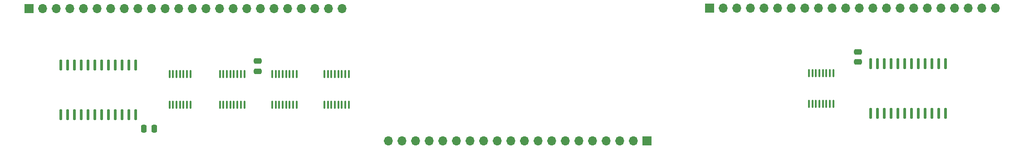
<source format=gbr>
%TF.GenerationSoftware,KiCad,Pcbnew,(6.0.0-0)*%
%TF.CreationDate,2022-01-11T21:33:17-05:00*%
%TF.ProjectId,gpr-controller-combined,6770722d-636f-46e7-9472-6f6c6c65722d,rev?*%
%TF.SameCoordinates,Original*%
%TF.FileFunction,Soldermask,Top*%
%TF.FilePolarity,Negative*%
%FSLAX46Y46*%
G04 Gerber Fmt 4.6, Leading zero omitted, Abs format (unit mm)*
G04 Created by KiCad (PCBNEW (6.0.0-0)) date 2022-01-11 21:33:17*
%MOMM*%
%LPD*%
G01*
G04 APERTURE LIST*
G04 Aperture macros list*
%AMRoundRect*
0 Rectangle with rounded corners*
0 $1 Rounding radius*
0 $2 $3 $4 $5 $6 $7 $8 $9 X,Y pos of 4 corners*
0 Add a 4 corners polygon primitive as box body*
4,1,4,$2,$3,$4,$5,$6,$7,$8,$9,$2,$3,0*
0 Add four circle primitives for the rounded corners*
1,1,$1+$1,$2,$3*
1,1,$1+$1,$4,$5*
1,1,$1+$1,$6,$7*
1,1,$1+$1,$8,$9*
0 Add four rect primitives between the rounded corners*
20,1,$1+$1,$2,$3,$4,$5,0*
20,1,$1+$1,$4,$5,$6,$7,0*
20,1,$1+$1,$6,$7,$8,$9,0*
20,1,$1+$1,$8,$9,$2,$3,0*%
G04 Aperture macros list end*
%ADD10RoundRect,0.100000X0.100000X-0.637500X0.100000X0.637500X-0.100000X0.637500X-0.100000X-0.637500X0*%
%ADD11RoundRect,0.250000X-0.250000X-0.475000X0.250000X-0.475000X0.250000X0.475000X-0.250000X0.475000X0*%
%ADD12RoundRect,0.250000X0.475000X-0.250000X0.475000X0.250000X-0.475000X0.250000X-0.475000X-0.250000X0*%
%ADD13RoundRect,0.137500X-0.137500X0.862500X-0.137500X-0.862500X0.137500X-0.862500X0.137500X0.862500X0*%
%ADD14RoundRect,0.137500X0.137500X-0.862500X0.137500X0.862500X-0.137500X0.862500X-0.137500X-0.862500X0*%
%ADD15R,1.700000X1.700000*%
%ADD16O,1.700000X1.700000*%
G04 APERTURE END LIST*
D10*
%TO.C,U2*%
X95169666Y-65346500D03*
X95819666Y-65346500D03*
X96469666Y-65346500D03*
X97119666Y-65346500D03*
X97769666Y-65346500D03*
X98419666Y-65346500D03*
X99069666Y-65346500D03*
X99719666Y-65346500D03*
X99719666Y-59621500D03*
X99069666Y-59621500D03*
X98419666Y-59621500D03*
X97769666Y-59621500D03*
X97119666Y-59621500D03*
X96469666Y-59621500D03*
X95819666Y-59621500D03*
X95169666Y-59621500D03*
%TD*%
%TO.C,U3*%
X85426333Y-65346500D03*
X86076333Y-65346500D03*
X86726333Y-65346500D03*
X87376333Y-65346500D03*
X88026333Y-65346500D03*
X88676333Y-65346500D03*
X89326333Y-65346500D03*
X89976333Y-65346500D03*
X89976333Y-59621500D03*
X89326333Y-59621500D03*
X88676333Y-59621500D03*
X88026333Y-59621500D03*
X87376333Y-59621500D03*
X86726333Y-59621500D03*
X86076333Y-59621500D03*
X85426333Y-59621500D03*
%TD*%
D11*
%TO.C,C1*%
X71252000Y-69850000D03*
X73152000Y-69850000D03*
%TD*%
D12*
%TO.C,C2*%
X92456000Y-59050000D03*
X92456000Y-57150000D03*
%TD*%
D10*
%TO.C,U7*%
X76028000Y-65346500D03*
X76678000Y-65346500D03*
X77328000Y-65346500D03*
X77978000Y-65346500D03*
X78628000Y-65346500D03*
X79278000Y-65346500D03*
X79928000Y-65346500D03*
X79928000Y-59621500D03*
X79278000Y-59621500D03*
X78628000Y-59621500D03*
X77978000Y-59621500D03*
X77328000Y-59621500D03*
X76678000Y-59621500D03*
X76028000Y-59621500D03*
%TD*%
%TO.C,U4*%
X104913000Y-65346500D03*
X105563000Y-65346500D03*
X106213000Y-65346500D03*
X106863000Y-65346500D03*
X107513000Y-65346500D03*
X108163000Y-65346500D03*
X108813000Y-65346500D03*
X109463000Y-65346500D03*
X109463000Y-59621500D03*
X108813000Y-59621500D03*
X108163000Y-59621500D03*
X107513000Y-59621500D03*
X106863000Y-59621500D03*
X106213000Y-59621500D03*
X105563000Y-59621500D03*
X104913000Y-59621500D03*
%TD*%
D13*
%TO.C,U5*%
X69723000Y-57907000D03*
X68453000Y-57907000D03*
X67183000Y-57907000D03*
X65913000Y-57907000D03*
X64643000Y-57907000D03*
X63373000Y-57907000D03*
X62103000Y-57907000D03*
X60833000Y-57907000D03*
X59563000Y-57907000D03*
X58293000Y-57907000D03*
X57023000Y-57907000D03*
X55753000Y-57907000D03*
X55753000Y-67207000D03*
X57023000Y-67207000D03*
X58293000Y-67207000D03*
X59563000Y-67207000D03*
X60833000Y-67207000D03*
X62103000Y-67207000D03*
X63373000Y-67207000D03*
X64643000Y-67207000D03*
X65913000Y-67207000D03*
X67183000Y-67207000D03*
X68453000Y-67207000D03*
X69723000Y-67207000D03*
%TD*%
D10*
%TO.C,U1*%
X195337000Y-65165500D03*
X195987000Y-65165500D03*
X196637000Y-65165500D03*
X197287000Y-65165500D03*
X197937000Y-65165500D03*
X198587000Y-65165500D03*
X199237000Y-65165500D03*
X199887000Y-65165500D03*
X199887000Y-59440500D03*
X199237000Y-59440500D03*
X198587000Y-59440500D03*
X197937000Y-59440500D03*
X197287000Y-59440500D03*
X196637000Y-59440500D03*
X195987000Y-59440500D03*
X195337000Y-59440500D03*
%TD*%
D12*
%TO.C,C3*%
X204470000Y-57338000D03*
X204470000Y-55438000D03*
%TD*%
D14*
%TO.C,U6*%
X206883000Y-66953000D03*
X208153000Y-66953000D03*
X209423000Y-66953000D03*
X210693000Y-66953000D03*
X211963000Y-66953000D03*
X213233000Y-66953000D03*
X214503000Y-66953000D03*
X215773000Y-66953000D03*
X217043000Y-66953000D03*
X218313000Y-66953000D03*
X219583000Y-66953000D03*
X220853000Y-66953000D03*
X220853000Y-57653000D03*
X219583000Y-57653000D03*
X218313000Y-57653000D03*
X217043000Y-57653000D03*
X215773000Y-57653000D03*
X214503000Y-57653000D03*
X213233000Y-57653000D03*
X211963000Y-57653000D03*
X210693000Y-57653000D03*
X209423000Y-57653000D03*
X208153000Y-57653000D03*
X206883000Y-57653000D03*
%TD*%
D15*
%TO.C,J1*%
X165100000Y-72136000D03*
D16*
X162560000Y-72136000D03*
X160020000Y-72136000D03*
X157480000Y-72136000D03*
X154940000Y-72136000D03*
X152400000Y-72136000D03*
X149860000Y-72136000D03*
X147320000Y-72136000D03*
X144780000Y-72136000D03*
X142240000Y-72136000D03*
X139700000Y-72136000D03*
X137160000Y-72136000D03*
X134620000Y-72136000D03*
X132080000Y-72136000D03*
X129540000Y-72136000D03*
X127000000Y-72136000D03*
X124460000Y-72136000D03*
X121920000Y-72136000D03*
X119380000Y-72136000D03*
X116840000Y-72136000D03*
%TD*%
D15*
%TO.C,J2*%
X49784000Y-47317000D03*
D16*
X52324000Y-47317000D03*
X54864000Y-47317000D03*
X57404000Y-47317000D03*
X59944000Y-47317000D03*
X62484000Y-47317000D03*
X65024000Y-47317000D03*
X67564000Y-47317000D03*
X70104000Y-47317000D03*
X72644000Y-47317000D03*
X75184000Y-47317000D03*
X77724000Y-47317000D03*
X80264000Y-47317000D03*
X82804000Y-47317000D03*
X85344000Y-47317000D03*
X87884000Y-47317000D03*
X90424000Y-47317000D03*
X92964000Y-47317000D03*
X95504000Y-47317000D03*
X98044000Y-47317000D03*
X100584000Y-47317000D03*
X103124000Y-47317000D03*
X105664000Y-47317000D03*
X108204000Y-47317000D03*
%TD*%
D15*
%TO.C,J3*%
X176779000Y-47244000D03*
D16*
X179319000Y-47244000D03*
X181859000Y-47244000D03*
X184399000Y-47244000D03*
X186939000Y-47244000D03*
X189479000Y-47244000D03*
X192019000Y-47244000D03*
X194559000Y-47244000D03*
X197099000Y-47244000D03*
X199639000Y-47244000D03*
X202179000Y-47244000D03*
X204719000Y-47244000D03*
X207259000Y-47244000D03*
X209799000Y-47244000D03*
X212339000Y-47244000D03*
X214879000Y-47244000D03*
X217419000Y-47244000D03*
X219959000Y-47244000D03*
X222499000Y-47244000D03*
X225039000Y-47244000D03*
X227579000Y-47244000D03*
X230119000Y-47244000D03*
%TD*%
M02*

</source>
